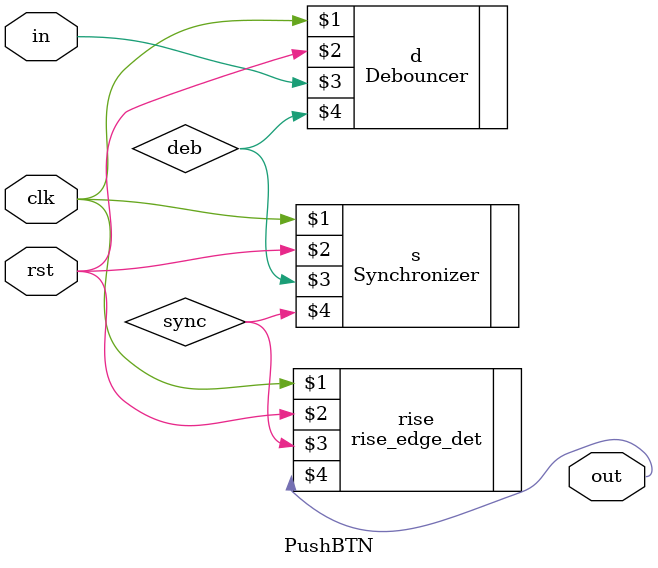
<source format=v>
`timescale 1ns / 1ps

/*******************************************************************
*
* Module: PushBTN.v
* Project: Digital Alarm Clock
* Author: Mark Kyrollos - markgeorge99@aucegypt.edu
* Description: these are all 5 push buttons used
*
* Change history: 1/5/2024 – 18/5/2024
*
*
**********************************************************************/



module PushBTN(input clk,
input rst,
input in,
output out
);

    wire deb;
    wire sync;

    Debouncer d(clk, rst, in, deb);
    Synchronizer s(clk, rst, deb, sync);
    rise_edge_det rise(clk, rst, sync, out);  
endmodule

</source>
